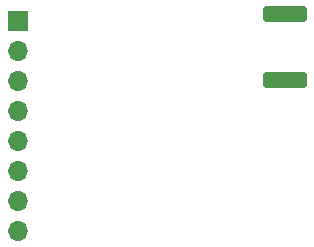
<source format=gbr>
%TF.GenerationSoftware,KiCad,Pcbnew,8.0.8*%
%TF.CreationDate,2025-04-03T17:01:25+02:00*%
%TF.ProjectId,nrf24small,6e726632-3473-46d6-916c-6c2e6b696361,rev?*%
%TF.SameCoordinates,Original*%
%TF.FileFunction,Soldermask,Bot*%
%TF.FilePolarity,Negative*%
%FSLAX46Y46*%
G04 Gerber Fmt 4.6, Leading zero omitted, Abs format (unit mm)*
G04 Created by KiCad (PCBNEW 8.0.8) date 2025-04-03 17:01:25*
%MOMM*%
%LPD*%
G01*
G04 APERTURE LIST*
G04 Aperture macros list*
%AMRoundRect*
0 Rectangle with rounded corners*
0 $1 Rounding radius*
0 $2 $3 $4 $5 $6 $7 $8 $9 X,Y pos of 4 corners*
0 Add a 4 corners polygon primitive as box body*
4,1,4,$2,$3,$4,$5,$6,$7,$8,$9,$2,$3,0*
0 Add four circle primitives for the rounded corners*
1,1,$1+$1,$2,$3*
1,1,$1+$1,$4,$5*
1,1,$1+$1,$6,$7*
1,1,$1+$1,$8,$9*
0 Add four rect primitives between the rounded corners*
20,1,$1+$1,$2,$3,$4,$5,0*
20,1,$1+$1,$4,$5,$6,$7,0*
20,1,$1+$1,$6,$7,$8,$9,0*
20,1,$1+$1,$8,$9,$2,$3,0*%
G04 Aperture macros list end*
%ADD10R,1.700000X1.700000*%
%ADD11O,1.700000X1.700000*%
%ADD12RoundRect,0.250000X1.600000X-0.425000X1.600000X0.425000X-1.600000X0.425000X-1.600000X-0.425000X0*%
G04 APERTURE END LIST*
D10*
%TO.C,J2*%
X17000000Y-18460000D03*
D11*
X17000000Y-21000000D03*
X17000000Y-23540000D03*
X17000000Y-26080000D03*
X17000000Y-28620000D03*
X17000000Y-31160000D03*
X17000000Y-33700000D03*
X17000000Y-36240000D03*
%TD*%
D12*
%TO.C,J1*%
X39635366Y-17823667D03*
X39635366Y-23473667D03*
%TD*%
M02*

</source>
